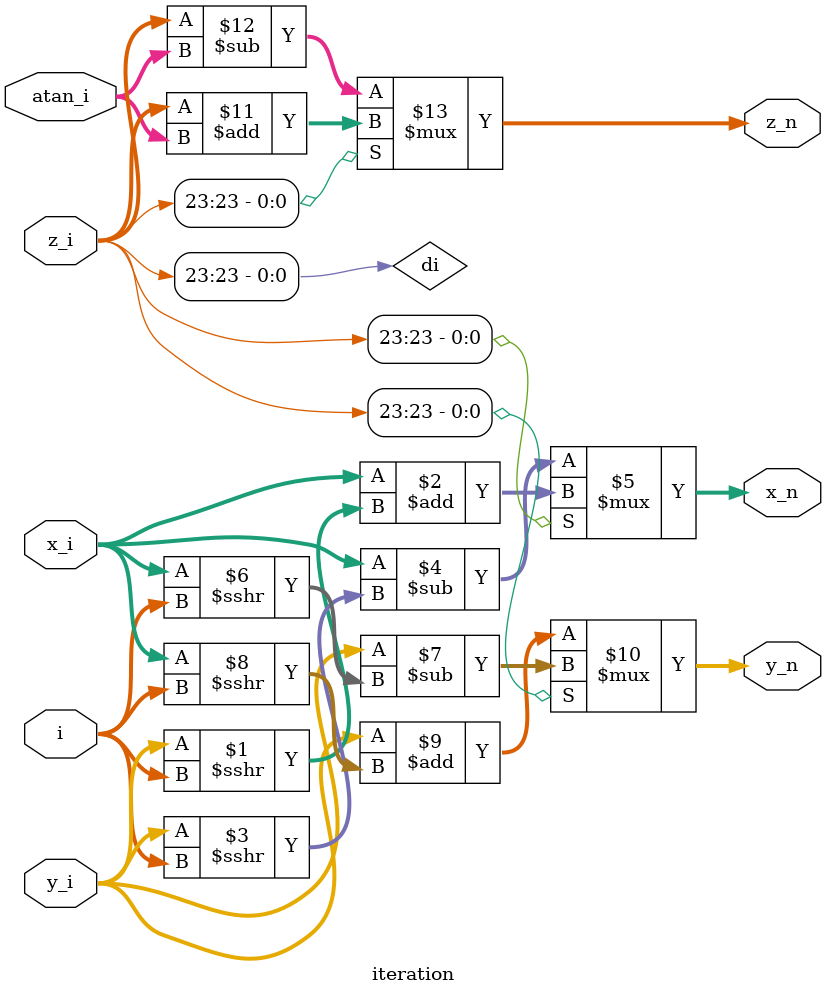
<source format=sv>
module iteration #(
    parameter FRACS = 22,
    parameter INTS = 1,
    parameter WIDTH = INTS + FRACS + 1  //sign bit needed for algorithm
)
(
    input [4:0] i,
    input [WIDTH-1:0] atan_i,
    input signed [WIDTH-1:0] x_i,
    input signed [WIDTH-1:0] y_i,
    input signed [WIDTH-1:0] z_i,
    output signed [WIDTH-1:0] x_n,
    output signed [WIDTH-1:0] y_n,
    output  [WIDTH-1:0] z_n
);

wire di = z_i[WIDTH-1];
assign x_n = di ? x_i + (y_i >>> i) : x_i - (y_i >>> i);
assign y_n = di ? y_i - (x_i >>> i) : y_i + (x_i >>> i);
assign z_n = di ? z_i + atan_i : z_i - atan_i;

endmodule
</source>
